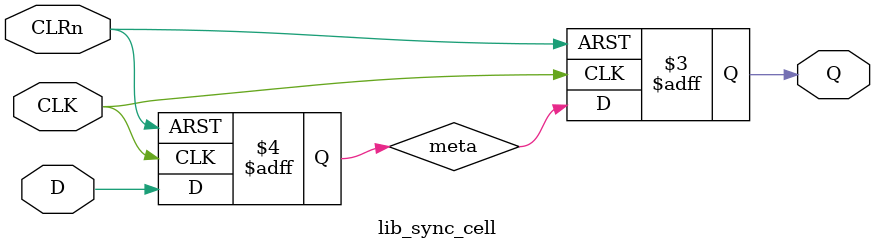
<source format=v>

module lib_sync_cell (
  input      CLK,  
  input      CLRn,
  input      D,
  output reg Q
 );
 
 
`ifdef FIFO_SIM_ASYNC
// Simulate  a-synchronous behaviour:
// FFs will clock data in at a different time 

// Generate a random constant delay 
// in the range 0..15
time d;
initial
  d = $random() & 32'h00F;


reg delta;
   always @(D)
     delta <= #d D;
`endif

reg meta;
   always @(posedge CLK or negedge CLRn)
   begin
      if (!CLRn)
      begin
         meta <= 1'b0;
         Q    <= 1'b0;
      end
      else
      begin
`ifdef FIFO_SIM_ASYNC
         meta <= delta;
`else
         meta <= D;
`endif         
         Q    <= meta;
      end
   end  
endmodule   
</source>
